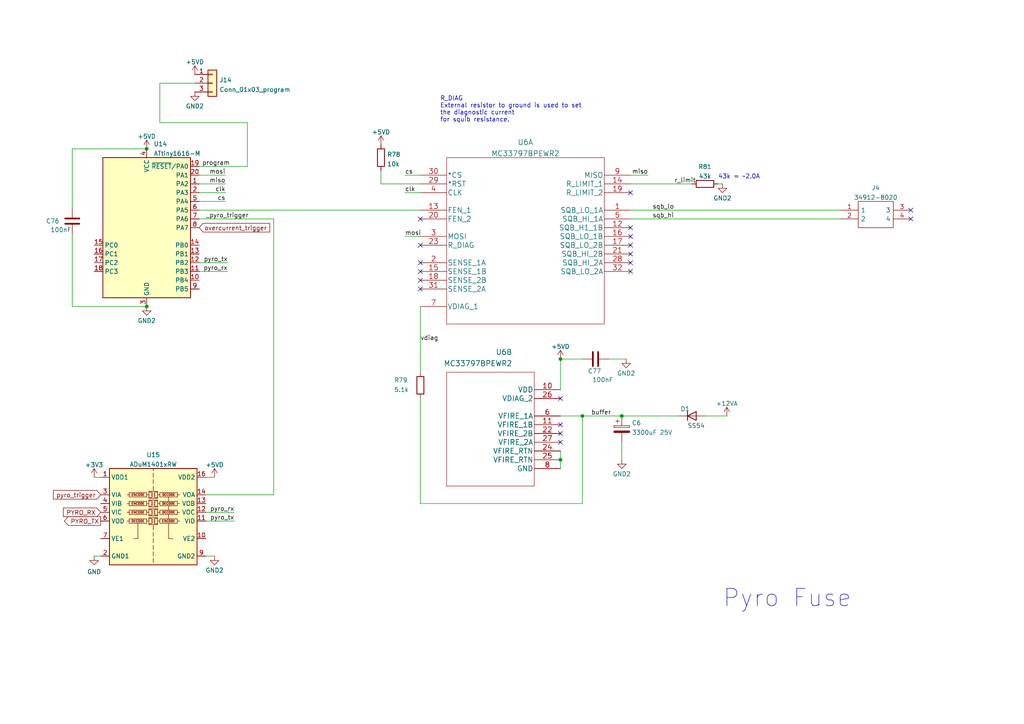
<source format=kicad_sch>
(kicad_sch (version 20230121) (generator eeschema)
  (paper "A4")
  (title_block (title "Tesla Model 3 Battery Controller") (date "2022-03-23") (rev "v0.3") (company "Wim Boone"))
  (lib_symbols
    (symbol "Connector_Generic:Conn_01x03" (pin_names (offset 1.016) hide)
      (property "Reference" "J" (at 0 5.08 0))
      (property "Value" "Conn_01x03" (at 0 -5.08 0))
      (symbol "Conn_01x03_1_1"
        (rectangle (start -1.27 -2.413) (end 0 -2.667) (stroke (width 0.1524)))
        (rectangle (start -1.27 0.127) (end 0 -0.127) (stroke (width 0.1524)))
        (rectangle (start -1.27 2.667) (end 0 2.413) (stroke (width 0.1524)))
        (rectangle (start -1.27 3.81) (end 1.27 -3.81) (stroke (width 0.254)) (fill (type background)))
        (pin passive line (at -5.08 2.54 0) (length 3.81) (name "Pin_1") (number "1"))
        (pin passive line (at -5.08 0 0) (length 3.81) (name "Pin_2") (number "2"))
        (pin passive line (at -5.08 -2.54 0) (length 3.81) (name "Pin_3") (number "3"))
      )
    )
    (symbol "Device:C" (pin_numbers hide) (pin_names (offset 0.254))
      (property "Reference" "C" (at 0.635 2.54 0))
      (property "Value" "C" (at 0.635 -2.54 0))
      (symbol "C_0_1"
        (polyline (pts (xy -2.032 -0.762) (xy 2.032 -0.762)) (stroke (width 0.508)))
        (polyline (pts (xy -2.032 0.762) (xy 2.032 0.762)) (stroke (width 0.508)))
      )
      (symbol "C_1_1"
        (pin passive line (at 0 3.81 270) (length 2.794) (name "~") (number "1"))
        (pin passive line (at 0 -3.81 90) (length 2.794) (name "~") (number "2"))
      )
    )
    (symbol "Device:C_Polarized" (pin_numbers hide) (pin_names (offset 0.254))
      (property "Reference" "C" (at 0.635 2.54 0))
      (property "Value" "C_Polarized" (at 0.635 -2.54 0))
      (symbol "C_Polarized_0_1"
        (rectangle (start -2.286 0.508) (end 2.286 1.016))
        (polyline (pts (xy -1.778 2.286) (xy -0.762 2.286)))
        (polyline (pts (xy -1.27 2.794) (xy -1.27 1.778)))
        (rectangle (start 2.286 -0.508) (end -2.286 -1.016) (fill (type outline)))
      )
      (symbol "C_Polarized_1_1"
        (pin passive line (at 0 3.81 270) (length 2.794) (name "~") (number "1"))
        (pin passive line (at 0 -3.81 90) (length 2.794) (name "~") (number "2"))
      )
    )
    (symbol "Device:D" (pin_numbers hide) (pin_names (offset 1.016) hide)
      (property "Reference" "D" (at 0 2.54 0))
      (property "Value" "D" (at 0 -2.54 0))
      (symbol "D_0_1"
        (polyline (pts (xy -1.27 1.27) (xy -1.27 -1.27)) (stroke (width 0.254)))
        (polyline (pts (xy 1.27 0) (xy -1.27 0)))
        (polyline (pts (xy 1.27 1.27) (xy 1.27 -1.27) (xy -1.27 0) (xy 1.27 1.27)) (stroke (width 0.254)))
      )
      (symbol "D_1_1"
        (pin passive line (at -3.81 0 0) (length 2.54) (name "K") (number "1"))
        (pin passive line (at 3.81 0 180) (length 2.54) (name "A") (number "2"))
      )
    )
    (symbol "Device:R" (pin_numbers hide) (pin_names (offset 0))
      (property "Reference" "R" (at 2.032 0 90))
      (property "Value" "R" (at 0 0 90))
      (symbol "R_0_1"
        (rectangle (start -1.016 -2.54) (end 1.016 2.54) (stroke (width 0.254)))
      )
      (symbol "R_1_1"
        (pin passive line (at 0 3.81 270) (length 1.27) (name "~") (number "1"))
        (pin passive line (at 0 -3.81 90) (length 1.27) (name "~") (number "2"))
      )
    )
    (symbol "Isolator:ADuM1401xRW"
      (property "Reference" "U" (at 0 19.05 0))
      (property "Value" "ADuM1401xRW" (at 0 16.51 0))
      (symbol "ADuM1401xRW_0_0"
        (rectangle (start -1.905 0.635) (end -6.985 -0.635))
        (rectangle (start -1.27 1.016) (end 1.27 -1.016))
        (rectangle (start -1.27 3.556) (end 1.27 1.524))
        (rectangle (start -1.27 6.096) (end 1.27 4.064))
        (rectangle (start -1.27 8.636) (end 1.27 6.604))
        (arc (start -0.508 -0.762) (mid -0.2551 -0.508) (end -0.508 -0.254))
        (arc (start -0.508 -0.254) (mid -0.2551 0) (end -0.508 0.254))
        (arc (start -0.508 0.254) (mid -0.2551 0.508) (end -0.508 0.762))
        (arc (start -0.508 1.778) (mid -0.2551 2.032) (end -0.508 2.286))
        (arc (start -0.508 2.286) (mid -0.2551 2.54) (end -0.508 2.794))
        (arc (start -0.508 2.794) (mid -0.2551 3.048) (end -0.508 3.302))
        (arc (start -0.508 4.318) (mid -0.2551 4.572) (end -0.508 4.826))
        (arc (start -0.508 4.826) (mid -0.2551 5.08) (end -0.508 5.334))
        (arc (start -0.508 5.334) (mid -0.2551 5.588) (end -0.508 5.842))
        (arc (start -0.508 6.858) (mid -0.2551 7.112) (end -0.508 7.366))
        (arc (start -0.508 7.366) (mid -0.2551 7.62) (end -0.508 7.874))
        (arc (start -0.508 7.874) (mid -0.2551 8.128) (end -0.508 8.382))
        (polyline (pts (xy -6.985 0) (xy -7.62 0)))
        (polyline (pts (xy -6.985 2.54) (xy -7.62 2.54)))
        (polyline (pts (xy -6.985 5.08) (xy -7.62 5.08)))
        (polyline (pts (xy -6.985 7.62) (xy -7.62 7.62)))
        (polyline (pts (xy -4.445 -1.27) (xy -4.445 -0.635)))
        (polyline (pts (xy -1.905 0) (xy -1.27 0)))
        (polyline (pts (xy -1.905 2.54) (xy -1.27 2.54)))
        (polyline (pts (xy -1.905 5.08) (xy -1.27 5.08)))
        (polyline (pts (xy -1.905 7.62) (xy -1.27 7.62)))
        (polyline (pts (xy -1.27 -0.762) (xy -0.508 -0.762)))
        (polyline (pts (xy -1.27 0.762) (xy -0.508 0.762)))
        (polyline (pts (xy -1.27 1.778) (xy -0.508 1.778)))
        (polyline (pts (xy -1.27 3.302) (xy -0.508 3.302)))
        (polyline (pts (xy -1.27 4.318) (xy -0.508 4.318)))
        (polyline (pts (xy -1.27 5.842) (xy -0.508 5.842)))
        (polyline (pts (xy -1.27 6.858) (xy -0.508 6.858)))
        (polyline (pts (xy -1.27 8.382) (xy -0.508 8.382)))
        (polyline (pts (xy 0 -10.795) (xy 0 -12.065)))
        (polyline (pts (xy 0 -8.89) (xy 0 -10.16)))
        (polyline (pts (xy 0 -6.985) (xy 0 -8.255)))
        (polyline (pts (xy 0 -5.08) (xy 0 -6.35)))
        (polyline (pts (xy 0 -3.175) (xy 0 -4.445)))
        (polyline (pts (xy 0 -1.27) (xy 0 -2.54)))
        (polyline (pts (xy 0 8.89) (xy 0 10.16)))
        (polyline (pts (xy 0 10.795) (xy 0 12.065)))
        (polyline (pts (xy 0 12.7) (xy 0 13.97)))
        (polyline (pts (xy 0 15.24) (xy 0 14.605)))
        (polyline (pts (xy 1.27 -0.762) (xy 0.508 -0.762)))
        (polyline (pts (xy 1.27 0.762) (xy 0.508 0.762)))
        (polyline (pts (xy 1.27 1.778) (xy 0.508 1.778)))
        (polyline (pts (xy 1.27 3.302) (xy 0.508 3.302)))
        (polyline (pts (xy 1.27 4.318) (xy 0.508 4.318)))
        (polyline (pts (xy 1.27 5.842) (xy 0.508 5.842)))
        (polyline (pts (xy 1.27 6.858) (xy 0.508 6.858)))
        (polyline (pts (xy 1.27 8.382) (xy 0.508 8.382)))
        (polyline (pts (xy 1.905 0) (xy 1.27 0)))
        (polyline (pts (xy 1.905 2.54) (xy 1.27 2.54)))
        (polyline (pts (xy 1.905 5.08) (xy 1.27 5.08)))
        (polyline (pts (xy 1.905 7.62) (xy 1.27 7.62)))
        (polyline (pts (xy 4.445 0.635) (xy 4.445 1.905)))
        (polyline (pts (xy 4.445 3.175) (xy 4.445 4.445)))
        (polyline (pts (xy 4.445 5.715) (xy 4.445 6.985)))
        (polyline (pts (xy 6.985 0) (xy 7.62 0)))
        (polyline (pts (xy 6.985 2.54) (xy 7.62 2.54)))
        (polyline (pts (xy 6.985 5.08) (xy 7.62 5.08)))
        (polyline (pts (xy 6.985 7.62) (xy 7.62 7.62)))
        (polyline (pts (xy -4.445 -1.27) (xy -4.445 -5.08) (xy -5.715 -5.08)))
        (polyline (pts (xy 5.715 -5.08) (xy 4.445 -5.08) (xy 4.445 -0.635)))
        (arc (start 0.508 -0.254) (mid 0.2551 -0.508) (end 0.508 -0.762))
        (arc (start 0.508 0.254) (mid 0.2551 0) (end 0.508 -0.254))
        (arc (start 0.508 0.762) (mid 0.2551 0.508) (end 0.508 0.254))
        (arc (start 0.508 2.286) (mid 0.2551 2.032) (end 0.508 1.778))
        (arc (start 0.508 2.794) (mid 0.2551 2.54) (end 0.508 2.286))
        (arc (start 0.508 3.302) (mid 0.2551 3.048) (end 0.508 2.794))
        (arc (start 0.508 4.826) (mid 0.2551 4.572) (end 0.508 4.318))
        (arc (start 0.508 5.334) (mid 0.2551 5.08) (end 0.508 4.826))
        (arc (start 0.508 5.842) (mid 0.2551 5.588) (end 0.508 5.334))
        (arc (start 0.508 7.366) (mid 0.2551 7.112) (end 0.508 6.858))
        (arc (start 0.508 7.874) (mid 0.2551 7.62) (end 0.508 7.366))
        (arc (start 0.508 8.382) (mid 0.2551 8.128) (end 0.508 7.874))
        (rectangle (start 1.905 0.635) (end 6.985 -0.635))
        (rectangle (start 1.905 3.175) (end 6.985 1.905))
        (rectangle (start 1.905 5.715) (end 6.985 4.445))
        (rectangle (start 1.905 8.255) (end 6.985 6.985))
        (text "DECODE" (at -4.445 0 0) (effects (font (size 0.635 0.635))))
        (text "DECODE" (at 4.445 2.54 0) (effects (font (size 0.635 0.635))))
        (text "DECODE" (at 4.445 5.08 0) (effects (font (size 0.635 0.635))))
        (text "DECODE" (at 4.445 7.62 0) (effects (font (size 0.635 0.635))))
        (text "ENCODE" (at -4.445 2.54 0) (effects (font (size 0.635 0.635))))
        (text "ENCODE" (at -4.445 5.08 0) (effects (font (size 0.635 0.635))))
        (text "ENCODE" (at -4.445 7.62 0) (effects (font (size 0.635 0.635))))
        (text "ENCODE" (at 4.445 0 0) (effects (font (size 0.635 0.635))))
      )
      (symbol "ADuM1401xRW_0_1"
        (rectangle (start -12.7 15.24) (end 12.7 -12.7) (stroke (width 0.254)) (fill (type background)))
        (rectangle (start -1.905 3.175) (end -6.985 1.905))
        (rectangle (start -1.905 5.715) (end -6.985 4.445))
        (rectangle (start -1.905 8.255) (end -6.985 6.985))
      )
      (symbol "ADuM1401xRW_1_1"
        (pin power_in line (at -15.24 12.7 0) (length 2.54) (name "VDD1") (number "1"))
        (pin input line (at 15.24 -5.08 180) (length 2.54) (name "VE2") (number "10"))
        (pin input line (at 15.24 0 180) (length 2.54) (name "VID") (number "11"))
        (pin output line (at 15.24 2.54 180) (length 2.54) (name "VOC") (number "12"))
        (pin output line (at 15.24 5.08 180) (length 2.54) (name "VOB") (number "13"))
        (pin output line (at 15.24 7.62 180) (length 2.54) (name "VOA") (number "14"))
        (pin passive line (at 15.24 -10.16 180) (length 2.54) hide (name "GND2") (number "15"))
        (pin power_in line (at 15.24 12.7 180) (length 2.54) (name "VDD2") (number "16"))
        (pin power_in line (at -15.24 -10.16 0) (length 2.54) (name "GND1") (number "2"))
        (pin input line (at -15.24 7.62 0) (length 2.54) (name "VIA") (number "3"))
        (pin input line (at -15.24 5.08 0) (length 2.54) (name "VIB") (number "4"))
        (pin input line (at -15.24 2.54 0) (length 2.54) (name "VIC") (number "5"))
        (pin output line (at -15.24 0 0) (length 2.54) (name "VOD") (number "6"))
        (pin input line (at -15.24 -5.08 0) (length 2.54) (name "VE1") (number "7"))
        (pin passive line (at -15.24 -10.16 0) (length 2.54) hide (name "GND1") (number "8"))
        (pin power_in line (at 15.24 -10.16 180) (length 2.54) (name "GND2") (number "9"))
      )
    )
    (symbol "MC33797BPEWR2:MC33797BPEWR2" (pin_names (offset 0.254))
      (property "Reference" "U" (at 30.48 10.16 0))
      (property "Value" "MC33797BPEWR2" (at 30.48 7.62 0))
      (symbol "MC33797BPEWR2_1_1"
        (polyline (pts (xy 7.62 -43.18) (xy 53.34 -43.18)) (stroke (width 0.127)))
        (polyline (pts (xy 7.62 5.08) (xy 7.62 -43.18)) (stroke (width 0.127)))
        (polyline (pts (xy 53.34 -43.18) (xy 53.34 5.08)) (stroke (width 0.127)))
        (polyline (pts (xy 53.34 5.08) (xy 7.62 5.08)) (stroke (width 0.127)))
        (pin output line (at 60.96 -10.16 180) (length 7.62) (name "SQB_LO_1A") (number "1"))
        (pin output line (at 60.96 -15.24 180) (length 7.62) (name "SQB_H1_1B") (number "12"))
        (pin input line (at 0 -10.16 0) (length 7.62) (name "FEN_1") (number "13"))
        (pin output line (at 60.96 -2.54 180) (length 7.62) (name "R_LIMIT_1") (number "14"))
        (pin input line (at 0 -27.94 0) (length 7.62) (name "SENSE_1B") (number "15"))
        (pin output line (at 60.96 -17.78 180) (length 7.62) (name "SQB_LO_1B") (number "16"))
        (pin output line (at 60.96 -20.32 180) (length 7.62) (name "SQB_LO_2B") (number "17"))
        (pin input line (at 0 -30.48 0) (length 7.62) (name "SENSE_2B") (number "18"))
        (pin output line (at 60.96 -5.08 180) (length 7.62) (name "R_LIMIT_2") (number "19"))
        (pin input line (at 0 -25.4 0) (length 7.62) (name "SENSE_1A") (number "2"))
        (pin input line (at 0 -12.7 0) (length 7.62) (name "FEN_2") (number "20"))
        (pin output line (at 60.96 -22.86 180) (length 7.62) (name "SQB_HI_2B") (number "21"))
        (pin input line (at 0 -20.32 0) (length 7.62) (name "R_DIAG") (number "23"))
        (pin output line (at 60.96 -25.4 180) (length 7.62) (name "SQB_HI_2A") (number "28"))
        (pin input line (at 0 -2.54 0) (length 7.62) (name "*RST") (number "29"))
        (pin input line (at 0 -17.78 0) (length 7.62) (name "MOSI") (number "3"))
        (pin input line (at 0 0 0) (length 7.62) (name "*CS") (number "30"))
        (pin input line (at 0 -33.02 0) (length 7.62) (name "SENSE_2A") (number "31"))
        (pin output line (at 60.96 -27.94 180) (length 7.62) (name "SQB_LO_2A") (number "32"))
        (pin input line (at 0 -5.08 0) (length 7.62) (name "CLK") (number "4"))
        (pin output line (at 60.96 -12.7 180) (length 7.62) (name "SQB_HI_1A") (number "5"))
        (pin input line (at 0 -38.1 0) (length 7.62) (name "VDIAG_1") (number "7"))
        (pin output line (at 60.96 0 180) (length 7.62) (name "MISO") (number "9"))
      )
      (symbol "MC33797BPEWR2_2_1"
        (polyline (pts (xy 7.62 -27.94) (xy 33.02 -27.94)) (stroke (width 0.127)))
        (polyline (pts (xy 7.62 5.08) (xy 7.62 -27.94)) (stroke (width 0.127)))
        (polyline (pts (xy 33.02 -27.94) (xy 33.02 5.08)) (stroke (width 0.127)))
        (polyline (pts (xy 33.02 5.08) (xy 7.62 5.08)) (stroke (width 0.127)))
        (pin input line (at 0 0 0) (length 7.62) (name "VDD") (number "10"))
        (pin power_in line (at 0 -10.16 0) (length 7.62) (name "VFIRE_1B") (number "11"))
        (pin power_in line (at 0 -12.7 0) (length 7.62) (name "VFIRE_2B") (number "22"))
        (pin power_in line (at 0 -17.78 0) (length 7.62) (name "VFIRE_RTN") (number "24"))
        (pin power_in line (at 0 -20.32 0) (length 7.62) (name "VFIRE_RTN") (number "25"))
        (pin power_in line (at 0 -2.54 0) (length 7.62) (name "VDIAG_2") (number "26"))
        (pin power_in line (at 0 -15.24 0) (length 7.62) (name "VFIRE_2A") (number "27"))
        (pin power_in line (at 0 -7.62 0) (length 7.62) (name "VFIRE_1A") (number "6"))
        (pin power_in line (at 0 -22.86 0) (length 7.62) (name "GND") (number "8"))
      )
    )
    (symbol "MCU_Microchip_ATtiny:ATtiny1616-M"
      (property "Reference" "U" (at -12.7 21.59 0))
      (property "Value" "ATtiny1616-M" (at 2.54 -21.59 0))
      (symbol "ATtiny1616-M_0_1"
        (rectangle (start -12.7 -20.32) (end 12.7 20.32) (stroke (width 0.254)) (fill (type background)))
      )
      (symbol "ATtiny1616-M_1_1"
        (pin bidirectional line (at 15.24 12.7 180) (length 2.54) (name "PA2") (number "1"))
        (pin bidirectional line (at 15.24 -15.24 180) (length 2.54) (name "PB4") (number "10"))
        (pin bidirectional line (at 15.24 -12.7 180) (length 2.54) (name "PB3") (number "11"))
        (pin bidirectional line (at 15.24 -10.16 180) (length 2.54) (name "PB2") (number "12"))
        (pin bidirectional line (at 15.24 -7.62 180) (length 2.54) (name "PB1") (number "13"))
        (pin bidirectional line (at 15.24 -5.08 180) (length 2.54) (name "PB0") (number "14"))
        (pin bidirectional line (at -15.24 -5.08 0) (length 2.54) (name "PC0") (number "15"))
        (pin bidirectional line (at -15.24 -7.62 0) (length 2.54) (name "PC1") (number "16"))
        (pin bidirectional line (at -15.24 -10.16 0) (length 2.54) (name "PC2") (number "17"))
        (pin bidirectional line (at -15.24 -12.7 0) (length 2.54) (name "PC3") (number "18"))
        (pin bidirectional line (at 15.24 17.78 180) (length 2.54) (name "~{RESET}/PA0") (number "19"))
        (pin bidirectional line (at 15.24 10.16 180) (length 2.54) (name "PA3") (number "2"))
        (pin bidirectional line (at 15.24 15.24 180) (length 2.54) (name "PA1") (number "20"))
        (pin passive line (at 0 -22.86 90) (length 2.54) hide (name "GND") (number "21"))
        (pin power_in line (at 0 -22.86 90) (length 2.54) (name "GND") (number "3"))
        (pin power_in line (at 0 22.86 270) (length 2.54) (name "VCC") (number "4"))
        (pin bidirectional line (at 15.24 7.62 180) (length 2.54) (name "PA4") (number "5"))
        (pin bidirectional line (at 15.24 5.08 180) (length 2.54) (name "PA5") (number "6"))
        (pin bidirectional line (at 15.24 2.54 180) (length 2.54) (name "PA6") (number "7"))
        (pin bidirectional line (at 15.24 0 180) (length 2.54) (name "PA7") (number "8"))
        (pin bidirectional line (at 15.24 -17.78 180) (length 2.54) (name "PB5") (number "9"))
      )
    )
    (symbol "SamacSys_Parts_new:34912-8020" (pin_names (offset 0.762))
      (property "Reference" "J" (at 16.51 7.62 0))
      (property "Value" "34912-8020" (at 16.51 5.08 0))
      (symbol "34912-8020_0_0"
        (pin passive line (at 20.32 0 180) (length 5.08) (name "1") (number "1"))
        (pin passive line (at 20.32 -2.54 180) (length 5.08) (name "2") (number "2"))
        (pin passive line (at 0 0 0) (length 5.08) (name "3") (number "3"))
        (pin passive line (at 0 -2.54 0) (length 5.08) (name "4") (number "4"))
      )
      (symbol "34912-8020_0_1"
        (polyline (pts (xy 5.08 2.54) (xy 15.24 2.54) (xy 15.24 -5.08) (xy 5.08 -5.08) (xy 5.08 2.54)) (stroke (width 0.1524)))
      )
    )
    (symbol "power:+12VA" (power) (pin_names (offset 0))
      (property "Value" "+12VA" (at 0 3.556 0))
      (symbol "+12VA_0_1"
        (polyline (pts (xy -0.762 1.27) (xy 0 2.54)))
        (polyline (pts (xy 0 0) (xy 0 2.54)))
        (polyline (pts (xy 0 2.54) (xy 0.762 1.27)))
      )
      (symbol "+12VA_1_1"
        (pin power_in line (at 0 0 90) (length 0) hide (name "+12VA") (number "1"))
      )
    )
    (symbol "power:+3V3" (power) (pin_names (offset 0))
      (property "Value" "+3V3" (at 0 3.556 0))
      (symbol "+3V3_0_1"
        (polyline (pts (xy -0.762 1.27) (xy 0 2.54)))
        (polyline (pts (xy 0 0) (xy 0 2.54)))
        (polyline (pts (xy 0 2.54) (xy 0.762 1.27)))
      )
      (symbol "+3V3_1_1"
        (pin power_in line (at 0 0 90) (length 0) hide (name "+3V3") (number "1"))
      )
    )
    (symbol "power:+5VD" (power) (pin_names (offset 0))
      (property "Value" "+5VD" (at 0 3.556 0))
      (symbol "+5VD_0_1"
        (polyline (pts (xy -0.762 1.27) (xy 0 2.54)))
        (polyline (pts (xy 0 0) (xy 0 2.54)))
        (polyline (pts (xy 0 2.54) (xy 0.762 1.27)))
      )
      (symbol "+5VD_1_1"
        (pin power_in line (at 0 0 90) (length 0) hide (name "+5VD") (number "1"))
      )
    )
    (symbol "power:GND" (power) (pin_names (offset 0))
      (property "Value" "GND" (at 0 -3.81 0))
      (symbol "GND_0_1"
        (polyline (pts (xy 0 0) (xy 0 -1.27) (xy 1.27 -1.27) (xy 0 -2.54) (xy -1.27 -1.27) (xy 0 -1.27)))
      )
      (symbol "GND_1_1"
        (pin power_in line (at 0 0 270) (length 0) hide (name "GND") (number "1"))
      )
    )
    (symbol "power:GND2" (power) (pin_names (offset 0))
      (property "Value" "GND2" (at 0 -3.81 0))
      (symbol "GND2_0_1"
        (polyline (pts (xy 0 0) (xy 0 -1.27) (xy 1.27 -1.27) (xy 0 -2.54) (xy -1.27 -1.27) (xy 0 -1.27)))
      )
      (symbol "GND2_1_1"
        (pin power_in line (at 0 0 270) (length 0) hide (name "GND2") (number "1"))
      )
    )
  )
  (junction (at 168.91 120.65))
  (junction (at 180.34 120.65))
  (junction (at 162.56 133.35))
  (junction (at 162.56 104.14))
  (junction (at 42.545 43.18))
  (junction (at 42.545 88.9))
  (no_connect (at 162.56 125.73))
  (no_connect (at 264.16 60.96))
  (no_connect (at 182.88 55.88))
  (no_connect (at 162.56 115.57))
  (no_connect (at 182.88 71.12))
  (no_connect (at 182.88 76.2))
  (no_connect (at 121.92 78.74))
  (no_connect (at 121.92 83.82))
  (no_connect (at 182.88 73.66))
  (no_connect (at 162.56 128.27))
  (no_connect (at 182.88 66.04))
  (no_connect (at 162.56 123.19))
  (no_connect (at 121.92 76.2))
  (no_connect (at 121.92 81.28))
  (no_connect (at 182.88 78.74))
  (no_connect (at 264.16 63.5))
  (no_connect (at 182.88 68.58))
  (no_connect (at 121.92 63.5))
  (no_connect (at 121.92 71.12))
  (wire (pts (xy 65.405 50.8) (xy 57.785 50.8)))
  (wire (pts (xy 46.355 35.56) (xy 71.755 35.56)))
  (wire (pts (xy 162.56 133.35) (xy 162.56 135.89)))
  (wire (pts (xy 56.515 24.13) (xy 46.355 24.13)))
  (wire (pts (xy 71.755 48.26) (xy 57.785 48.26)))
  (wire (pts (xy 209.55 53.34) (xy 208.28 53.34)))
  (wire (pts (xy 162.56 104.14) (xy 162.56 113.03)))
  (wire (pts (xy 181.61 104.14) (xy 176.53 104.14)))
  (wire (pts (xy 62.23 161.29) (xy 59.69 161.29)))
  (wire (pts (xy 168.91 120.65) (xy 180.34 120.65)))
  (wire (pts (xy 187.96 50.8) (xy 182.88 50.8)))
  (wire (pts (xy 121.92 115.57) (xy 121.92 146.05)))
  (wire (pts (xy 162.56 130.81) (xy 162.56 133.35)))
  (wire (pts (xy 117.475 50.8) (xy 121.92 50.8)))
  (wire (pts (xy 110.49 49.53) (xy 110.49 53.34)))
  (wire (pts (xy 71.755 35.56) (xy 71.755 48.26)))
  (wire (pts (xy 182.88 60.96) (xy 243.84 60.96)))
  (wire (pts (xy 20.955 88.9) (xy 42.545 88.9)))
  (wire (pts (xy 27.305 138.43) (xy 29.21 138.43)))
  (wire (pts (xy 110.49 53.34) (xy 121.92 53.34)))
  (wire (pts (xy 46.355 24.13) (xy 46.355 35.56)))
  (wire (pts (xy 57.785 60.96) (xy 121.92 60.96)))
  (wire (pts (xy 117.475 68.58) (xy 121.92 68.58)))
  (wire (pts (xy 65.405 55.88) (xy 57.785 55.88)))
  (wire (pts (xy 117.475 55.88) (xy 121.92 55.88)))
  (wire (pts (xy 65.405 58.42) (xy 57.785 58.42)))
  (wire (pts (xy 79.375 63.5) (xy 79.375 143.51)))
  (wire (pts (xy 27.305 161.29) (xy 29.21 161.29)))
  (wire (pts (xy 210.82 120.65) (xy 204.47 120.65)))
  (wire (pts (xy 66.04 76.2) (xy 57.785 76.2)))
  (wire (pts (xy 20.955 67.945) (xy 20.955 88.9)))
  (wire (pts (xy 59.69 143.51) (xy 79.375 143.51)))
  (wire (pts (xy 67.945 151.13) (xy 59.69 151.13)))
  (wire (pts (xy 180.34 120.65) (xy 196.85 120.65)))
  (wire (pts (xy 20.955 60.325) (xy 20.955 43.18)))
  (wire (pts (xy 200.66 53.34) (xy 182.88 53.34)))
  (wire (pts (xy 65.405 53.34) (xy 57.785 53.34)))
  (wire (pts (xy 180.34 133.35) (xy 180.34 128.27)))
  (wire (pts (xy 121.92 88.9) (xy 121.92 107.95)))
  (wire (pts (xy 67.945 148.59) (xy 59.69 148.59)))
  (wire (pts (xy 121.92 146.05) (xy 168.91 146.05)))
  (wire (pts (xy 168.91 146.05) (xy 168.91 120.65)))
  (wire (pts (xy 20.955 43.18) (xy 42.545 43.18)))
  (wire (pts (xy 79.375 63.5) (xy 57.785 63.5)))
  (wire (pts (xy 162.56 104.14) (xy 168.91 104.14)))
  (wire (pts (xy 182.88 63.5) (xy 243.84 63.5)))
  (wire (pts (xy 66.04 78.74) (xy 57.785 78.74)))
  (wire (pts (xy 62.23 138.43) (xy 59.69 138.43)))
  (wire (pts (xy 162.56 120.65) (xy 168.91 120.65)))
  (text "Pyro Fuse" (at 209.55 176.53 0) (effects (font (size 5 5)) (justify left bottom)))
  (text "43k = ~2.0A" (at 208.28 52.07 0) (effects (font (size 1.27 1.27)) (justify left bottom)))
  (text "R_DIAG\nExternal resistor to ground is used to set \nthe diagnostic current \nfor squib resistance." (at 127.635 35.56 0) (effects (font (size 1.27 1.27)) (justify left bottom)))
  (label "miso" (at 187.96 50.8 180))
  (label "pyro_rx" (at 67.945 148.59 180))
  (label "cs" (at 117.475 50.8 0))
  (label "clk" (at 117.475 55.88 0))
  (label "buffer" (at 171.45 120.65 0))
  (label "r_limit" (at 195.58 53.34 0))
  (label "_pyro_trigger" (at 59.69 63.5 0))
  (label "sqb_hi" (at 189.23 63.5 0))
  (label "pyro_tx" (at 67.945 151.13 180))
  (label "program" (at 66.675 48.26 180))
  (label "cs" (at 65.405 58.42 180))
  (label "sqb_lo" (at 189.23 60.96 0))
  (label "miso" (at 65.405 53.34 180))
  (label "pyro_rx" (at 66.04 78.74 180))
  (label "clk" (at 65.405 55.88 180))
  (label "mosi" (at 117.475 68.58 0))
  (label "mosi" (at 65.405 50.8 180))
  (label "vdiag" (at 121.92 99.06 0))
  (label "pyro_tx" (at 66.04 76.2 180))
  (global_label "pyro_trigger" (shape input) (at 29.21 143.51 180) (property "Intersheetrefs" "${INTERSHEET_REFS}" (effects hide)))
  (global_label "PYRO_TX" (shape output) (at 29.21 151.13 180) (property "Intersheetrefs" "${INTERSHEET_REFS}" (effects hide)))
  (global_label "overcurrent_trigger" (shape input) (at 57.785 66.04 0) (property "Intersheetrefs" "${INTERSHEET_REFS}" (effects hide)))
  (global_label "PYRO_RX" (shape input) (at 29.21 148.59 180) (property "Intersheetrefs" "${INTERSHEET_REFS}" (effects hide)))
  (symbol (lib_id "MC33797BPEWR2:MC33797BPEWR2") (at 162.56 113.03 0) (mirror y) (unit 2)
    (property "Reference" "U6" (at 148.59 102.131 0) (effects (font (size 1.524 1.524)) (justify left)))
    (property "Value" "MC33797BPEWR2" (at 148.59 105.41 0) (effects (font (size 1.524 1.524)) (justify left)))
    (property "Footprint" "Custom:MC33797BPEWR2" (effects hide))
    (property "Datasheet" "https://www.nxp.com/docs/en/data-sheet/MC33797.pdf" (effects hide))
    (property "LCSC Part" "C729196" (effects hide))
    (property "Description" "Gate Drivers Four Channel Squib Dr" (effects hide))
    (property "Manufacturer_Part_Number" "MC33797BPEWR2" (effects hide))
    (property "Mouser Part Number" "841-MC33797BPEWR2" (effects hide))
    (property "Mouser Price/Stock" "https://nl.mouser.com/ProductDetail/NXP-Semiconductors/MC33797BPEWR2?qs=vmkU9SbkviSyQo5bzLlzHg%3D%3D" (effects hide))
  )
  (symbol (lib_id "Device:C") (at 172.72 104.14 270) (unit 1)
    (property "Reference" "C77" (at 170.4975 107.6325 90) (effects (justify left)))
    (property "Value" "100nF" (at 171.7675 110.1725 90) (effects (justify left)))
    (property "Footprint" "Capacitor_SMD:C_0603_1608Metric" (effects hide))
    (property "LCSC Part" "C14663" (effects hide))
    (property "Description" "50V 100nF X7R ±10% 0603  Multilayer Ceramic Capacitors MLCC - SMD/SMT ROHS" (effects hide))
  )
  (symbol (lib_id "SamacSys_Parts_new:34912-8020") (at 264.16 60.96 0) (mirror y) (unit 1)
    (property "Reference" "J4" (at 254 54.5043 0))
    (property "Value" "34912-8020" (at 254 57.2794 0))
    (property "Footprint" "0349128020" (effects hide))
    (property "Datasheet" "https://www.molex.com/pdm_docs/sd/349128020_sd.pdf" (effects hide))
    (property "Description" "Molex Mini50 Series, 34912 Series Number, 1 Row 2 Way Surface Mount Plug PCB Header, with SMT Termination Method" (effects hide))
    (property "Height" "9" (effects hide))
    (property "Manufacturer_Name" "Molex" (effects hide))
    (property "Manufacturer_Part_Number" "34912-8020" (effects hide))
    (property "Mouser Part Number" "538-34912-8022" (effects hide))
    (property "Mouser Price/Stock" "https://nl.mouser.com/ProductDetail/Molex/34912-8022?qs=AQlKX63v8RsG1cv986k51Q%3D%3D#" (effects hide))
  )
  (symbol (lib_id "Connector_Generic:Conn_01x03") (at 61.595 24.13 0) (unit 1)
    (property "Reference" "J14" (at 63.627 23.2215 0) (effects (justify left)))
    (property "Value" "Conn_01x03_program" (at 63.627 25.9966 0) (effects (justify left)))
    (property "Footprint" "Connector_PinHeader_2.54mm:PinHeader_1x03_P2.54mm_Vertical" (effects hide))
  )
  (symbol (lib_id "power:GND2") (at 62.23 161.29 0) (unit 1)
    (property "Reference" "#PWR044" (effects hide))
    (property "Value" "GND2" (at 62.23 165.4231 0))
    (instances (project "hv_controller" (path "" (reference "#PWR044") (unit 1)) (path "" (reference "#PWR050") (unit 1))))
  )
  (symbol (lib_id "Device:C_Polarized") (at 180.34 124.46 0) (unit 1)
    (property "Reference" "C6" (at 183.261 122.6625 0) (effects (justify left)))
    (property "Value" "3300uF 25V" (at 183.261 125.4376 0) (effects (justify left)))
    (property "Footprint" "Capacitor_THT:CP_Radial_D16.0mm_P7.50mm" (effects hide))
    (property "LCSC Part" "C442846" (effects hide))
    (property "Description" "3300uF 25V 26mΩ@100kHz ±20% 3.63A@100kHz Plugin,D16xL20mm  Aluminum Electrolytic Capacitors" (effects hide))
  )
  (symbol (lib_id "MCU_Microchip_ATtiny:ATtiny1616-M") (at 42.545 66.04 0) (unit 1)
    (property "Reference" "U14" (at 44.5644 41.7535 0) (effects (justify left)))
    (property "Value" "ATtiny1616-M" (at 44.5644 44.5286 0) (effects (justify left)))
    (property "Footprint" "Package_DFN_QFN:VQFN-20-1EP_3x3mm_P0.4mm_EP1.7x1.7mm" (effects hide))
    (property "Datasheet" "http://ww1.microchip.com/downloads/en/DeviceDoc/ATtiny3216_ATtiny1616-data-sheet-40001997B.pdf" (effects hide))
    (property "LCSC Part" "C507118" (effects hide))
  )
  (symbol (lib_id "MC33797BPEWR2:MC33797BPEWR2") (at 121.92 50.8 0) (unit 1)
    (property "Reference" "U6" (at 152.4 41.2526 0) (effects (font (size 1.524 1.524))))
    (property "Value" "MC33797BPEWR2" (at 152.4 44.5316 0) (effects (font (size 1.524 1.524))))
    (property "Footprint" "Custom:MC33797BPEWR2" (effects hide))
    (property "Datasheet" "https://www.nxp.com/docs/en/data-sheet/MC33797.pdf" (effects hide))
    (property "LCSC Part" "C729196" (effects hide))
    (property "Description" "Gate Drivers Four Channel Squib Dr" (effects hide))
    (property "Manufacturer_Part_Number" "MC33797BPEWR2" (effects hide))
    (property "Mouser Part Number" "841-MC33797BPEWR2" (effects hide))
    (property "Mouser Price/Stock" "https://nl.mouser.com/ProductDetail/NXP-Semiconductors/MC33797BPEWR2?qs=vmkU9SbkviSyQo5bzLlzHg%3D%3D" (effects hide))
  )
  (symbol (lib_id "Device:R") (at 110.49 45.72 180) (unit 1)
    (property "Reference" "R78" (at 112.268 44.8115 0) (effects (justify right)))
    (property "Value" "10k" (at 112.268 47.5866 0) (effects (justify right)))
    (property "Footprint" "Resistor_SMD:R_0603_1608Metric" (effects hide))
    (property "LCSC Part" "C25804" (effects hide))
    (property "Description" "100mW Thick Film Resistors ±100ppm/℃ ±1% 10kΩ 0603  Chip Resistor - Surface Mount ROHS" (effects hide))
  )
  (symbol (lib_id "Device:D") (at 200.66 120.65 0) (unit 1)
    (property "Reference" "D1" (at 197.358 118.618 0) (effects (justify left)))
    (property "Value" "SS54" (at 199.39 123.4629 0) (effects (justify left)))
    (property "Footprint" "Diode_SMD:D_SMA" (effects hide))
    (property "LCSC Part" "C22452" (effects hide))
    (property "Description" "40V 550mV@5A 5A SMA(DO-214AC) Schottky Barrier Diodes (SBD) ROHS" (effects hide))
    (instances (project "hv_controller" (path "" (reference "D1") (unit 1))) (project "SMAN_controller" (path "" (reference "D2") (unit 1))))
  )
  (symbol (lib_id "power:GND2") (at 181.61 104.14 0) (unit 1)
    (property "Reference" "#PWR044" (effects hide))
    (property "Value" "GND2" (at 181.61 108.2731 0))
    (instances (project "hv_controller" (path "" (reference "#PWR044") (unit 1)) (path "" (reference "#PWR052") (unit 1))))
  )
  (symbol (lib_id "power:+5VD") (at 162.56 104.14 0) (unit 1)
    (property "Reference" "#PWR0301" (effects hide))
    (property "Value" "+5VD" (at 162.56 100.5355 0))
  )
  (symbol (lib_id "power:+3V3") (at 27.305 138.43 0) (unit 1)
    (property "Reference" "#PWR0307" (effects hide))
    (property "Value" "+3V3" (at 27.305 134.8255 0))
  )
  (symbol (lib_id "Device:R") (at 204.47 53.34 270) (unit 1)
    (property "Reference" "R81" (at 204.47 48.3575 90))
    (property "Value" "43k" (at 204.47 51.1326 90))
    (property "Footprint" "Resistor_SMD:R_0603_1608Metric" (effects hide))
    (property "LCSC Part" "C445638" (effects hide))
    (property "Description" "100mW Thin Film Resistor ±0.1% ±25ppm/℃ 43kΩ 0603  Chip Resistor - Surface Mount ROHS" (effects hide))
  )
  (symbol (lib_id "power:+5VD") (at 110.49 41.91 0) (unit 1)
    (property "Reference" "#PWR0305" (effects hide))
    (property "Value" "+5VD" (at 110.49 38.3055 0))
  )
  (symbol (lib_id "power:GND") (at 27.305 161.29 0) (mirror y) (unit 1)
    (property "Reference" "#PWR0308" (effects hide))
    (property "Value" "GND" (at 27.305 165.8524 0))
  )
  (symbol (lib_id "power:GND2") (at 56.515 26.67 0) (unit 1)
    (property "Reference" "#PWR044" (effects hide))
    (property "Value" "GND2" (at 56.515 30.8031 0))
    (instances (project "hv_controller" (path "" (reference "#PWR044") (unit 1)) (path "" (reference "#PWR048") (unit 1))))
  )
  (symbol (lib_id "power:+5VD") (at 56.515 21.59 0) (unit 1)
    (property "Reference" "#PWR0302" (effects hide))
    (property "Value" "+5VD" (at 56.515 17.9855 0))
  )
  (symbol (lib_id "power:GND2") (at 209.55 53.34 0) (unit 1)
    (property "Reference" "#PWR044" (effects hide))
    (property "Value" "GND2" (at 209.55 57.4731 0))
    (instances (project "hv_controller" (path "" (reference "#PWR044") (unit 1)) (path "" (reference "#PWR049") (unit 1))))
  )
  (symbol (lib_id "power:GND2") (at 180.34 133.35 0) (unit 1)
    (property "Reference" "#PWR044" (effects hide))
    (property "Value" "GND2" (at 180.34 137.4831 0))
    (instances (project "hv_controller" (path "" (reference "#PWR044") (unit 1)) (path "" (reference "#PWR046") (unit 1))))
  )
  (symbol (lib_id "power:+5VD") (at 62.23 138.43 0) (unit 1)
    (property "Reference" "#PWR0309" (effects hide))
    (property "Value" "+5VD" (at 62.23 134.8255 0))
  )
  (symbol (lib_id "Isolator:ADuM1401xRW") (at 44.45 151.13 0) (unit 1)
    (property "Reference" "U15" (at 44.45 131.9235 0))
    (property "Value" "ADuM1401xRW" (at 44.45 134.6986 0))
    (property "Footprint" "Package_SO:SOIC-16W_7.5x10.3mm_P1.27mm" (effects hide))
    (property "Datasheet" "https://www.analog.com/media/en/technical-documentation/data-sheets/ADUM1400_1401_1402.pdf" (effects hide))
    (property "LCSC Part" "C33273" (effects hide))
  )
  (symbol (lib_id "Device:C") (at 20.955 64.135 0) (unit 1)
    (property "Reference" "C76" (at 13.335 64.135 0) (effects (justify left)))
    (property "Value" "100nF" (at 14.605 66.675 0) (effects (justify left)))
    (property "Footprint" "Capacitor_SMD:C_0603_1608Metric" (effects hide))
    (property "LCSC Part" "C14663" (effects hide))
    (property "Description" "50V 100nF X7R ±10% 0603  Multilayer Ceramic Capacitors MLCC - SMD/SMT ROHS" (effects hide))
  )
  (symbol (lib_id "Device:R") (at 121.92 111.76 180) (unit 1)
    (property "Reference" "R79" (at 114.3 110.2549 0) (effects (justify right)))
    (property "Value" "5.1k" (at 114.3 113.03 0) (effects (justify right)))
    (property "Footprint" "Resistor_SMD:R_0603_1608Metric" (effects hide))
    (property "LCSC Part" "C23186" (effects hide))
    (property "Description" "100mW Thick Film Resistors ±100ppm/℃ ±1% 5.1kΩ 0603  Chip Resistor - Surface Mount ROHS" (effects hide))
  )
  (symbol (lib_id "power:GND2") (at 42.545 88.9 0) (unit 1)
    (property "Reference" "#PWR044" (effects hide))
    (property "Value" "GND2" (at 42.545 93.0331 0))
    (instances (project "hv_controller" (path "" (reference "#PWR044") (unit 1)) (path "" (reference "#PWR047") (unit 1))))
  )
  (symbol (lib_id "power:+12VA") (at 210.82 120.65 0) (unit 1)
    (property "Reference" "#PWR043" (effects hide))
    (property "Value" "+12VA" (at 210.82 117.0455 0))
    (instances (project "hv_controller" (path "" (reference "#PWR043") (unit 1)) (path "" (reference "#PWR066") (unit 1))) (project "pyrotest" (path "" (reference "#PWR0116") (unit 1))))
  )
  (symbol (lib_id "power:+5VD") (at 42.545 43.18 0) (unit 1)
    (property "Reference" "#PWR0306" (effects hide))
    (property "Value" "+5VD" (at 42.545 39.5755 0))
  )
)
</source>
